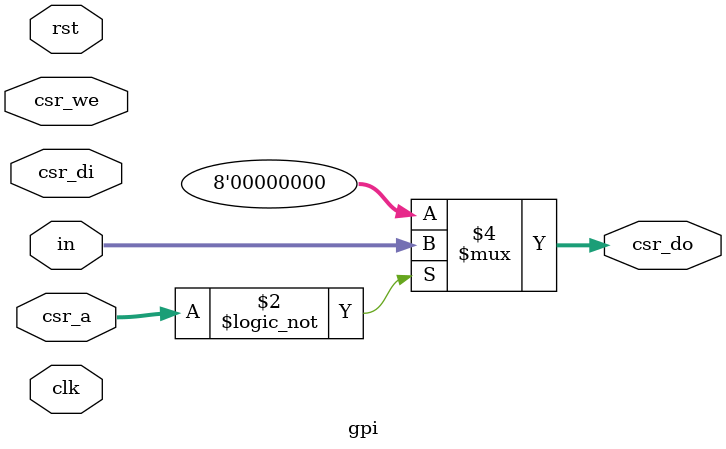
<source format=v>
module gpi #(
	parameter BASE_ADDR = 5'b0,
	parameter NUM_GPIOS = 8
) (
	input rst,
	input clk,

	input [4:0] csr_a,
	input [7:0] csr_di,
	input csr_we,
	output reg [7:0] csr_do,

	input [NUM_GPIOS-1:0] in
);

always @(*) begin
	csr_do = 8'b0;
	if (csr_a == BASE_ADDR)
		csr_do = {{8-NUM_GPIOS {1'b0}}, in};
end

endmodule

</source>
